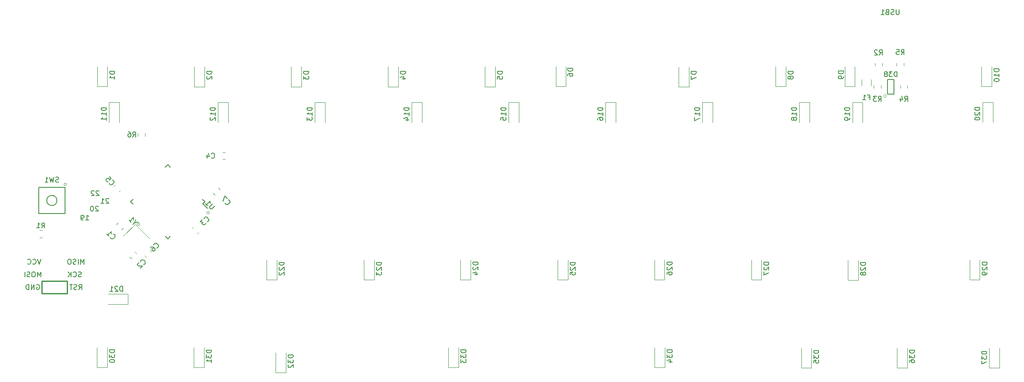
<source format=gbr>
G04 #@! TF.GenerationSoftware,KiCad,Pcbnew,(5.1.4-0-10_14)*
G04 #@! TF.CreationDate,2020-09-21T01:33:54-05:00*
G04 #@! TF.ProjectId,qaz_b,71617a5f-622e-46b6-9963-61645f706362,rev?*
G04 #@! TF.SameCoordinates,Original*
G04 #@! TF.FileFunction,Legend,Bot*
G04 #@! TF.FilePolarity,Positive*
%FSLAX46Y46*%
G04 Gerber Fmt 4.6, Leading zero omitted, Abs format (unit mm)*
G04 Created by KiCad (PCBNEW (5.1.4-0-10_14)) date 2020-09-21 01:33:54*
%MOMM*%
%LPD*%
G04 APERTURE LIST*
%ADD10C,0.150000*%
%ADD11C,0.120000*%
%ADD12C,0.250000*%
G04 APERTURE END LIST*
D10*
X49720476Y-94813380D02*
X50291904Y-94813380D01*
X50006190Y-94813380D02*
X50006190Y-93813380D01*
X50101428Y-93956238D01*
X50196666Y-94051476D01*
X50291904Y-94099095D01*
X49244285Y-94813380D02*
X49053809Y-94813380D01*
X48958571Y-94765761D01*
X48910952Y-94718142D01*
X48815714Y-94575285D01*
X48768095Y-94384809D01*
X48768095Y-94003857D01*
X48815714Y-93908619D01*
X48863333Y-93861000D01*
X48958571Y-93813380D01*
X49149047Y-93813380D01*
X49244285Y-93861000D01*
X49291904Y-93908619D01*
X49339523Y-94003857D01*
X49339523Y-94241952D01*
X49291904Y-94337190D01*
X49244285Y-94384809D01*
X49149047Y-94432428D01*
X48958571Y-94432428D01*
X48863333Y-94384809D01*
X48815714Y-94337190D01*
X48768095Y-94241952D01*
X52196904Y-92130619D02*
X52149285Y-92083000D01*
X52054047Y-92035380D01*
X51815952Y-92035380D01*
X51720714Y-92083000D01*
X51673095Y-92130619D01*
X51625476Y-92225857D01*
X51625476Y-92321095D01*
X51673095Y-92463952D01*
X52244523Y-93035380D01*
X51625476Y-93035380D01*
X51006428Y-92035380D02*
X50911190Y-92035380D01*
X50815952Y-92083000D01*
X50768333Y-92130619D01*
X50720714Y-92225857D01*
X50673095Y-92416333D01*
X50673095Y-92654428D01*
X50720714Y-92844904D01*
X50768333Y-92940142D01*
X50815952Y-92987761D01*
X50911190Y-93035380D01*
X51006428Y-93035380D01*
X51101666Y-92987761D01*
X51149285Y-92940142D01*
X51196904Y-92844904D01*
X51244523Y-92654428D01*
X51244523Y-92416333D01*
X51196904Y-92225857D01*
X51149285Y-92130619D01*
X51101666Y-92083000D01*
X51006428Y-92035380D01*
X54228904Y-90606619D02*
X54181285Y-90559000D01*
X54086047Y-90511380D01*
X53847952Y-90511380D01*
X53752714Y-90559000D01*
X53705095Y-90606619D01*
X53657476Y-90701857D01*
X53657476Y-90797095D01*
X53705095Y-90939952D01*
X54276523Y-91511380D01*
X53657476Y-91511380D01*
X52705095Y-91511380D02*
X53276523Y-91511380D01*
X52990809Y-91511380D02*
X52990809Y-90511380D01*
X53086047Y-90654238D01*
X53181285Y-90749476D01*
X53276523Y-90797095D01*
X52323904Y-89082619D02*
X52276285Y-89035000D01*
X52181047Y-88987380D01*
X51942952Y-88987380D01*
X51847714Y-89035000D01*
X51800095Y-89082619D01*
X51752476Y-89177857D01*
X51752476Y-89273095D01*
X51800095Y-89415952D01*
X52371523Y-89987380D01*
X51752476Y-89987380D01*
X51371523Y-89082619D02*
X51323904Y-89035000D01*
X51228666Y-88987380D01*
X50990571Y-88987380D01*
X50895333Y-89035000D01*
X50847714Y-89082619D01*
X50800095Y-89177857D01*
X50800095Y-89273095D01*
X50847714Y-89415952D01*
X51419142Y-89987380D01*
X50800095Y-89987380D01*
D11*
X60325000Y-95631000D02*
G75*
G03X60325000Y-95631000I-254000J0D01*
G01*
X207137000Y-70358000D02*
G75*
G03X207137000Y-70358000I-254000J0D01*
G01*
X74041000Y-93345000D02*
G75*
G03X74041000Y-93345000I-254000J0D01*
G01*
X45974000Y-87757000D02*
G75*
G03X45974000Y-87757000I-254000J0D01*
G01*
D10*
X208677920Y-69978920D02*
X208677920Y-67078920D01*
X208677920Y-69978920D02*
X207377920Y-69978920D01*
X207377920Y-69978920D02*
X207377920Y-67078920D01*
X207377920Y-67078920D02*
X208677920Y-67078920D01*
D11*
X209165000Y-64367898D02*
X209165000Y-63850742D01*
X210585000Y-64367898D02*
X210585000Y-63850742D01*
X209868080Y-68787498D02*
X209868080Y-68270342D01*
X211288080Y-68787498D02*
X211288080Y-68270342D01*
X204671240Y-68777338D02*
X204671240Y-68260182D01*
X206091240Y-68777338D02*
X206091240Y-68260182D01*
X204894760Y-64367898D02*
X204894760Y-63850742D01*
X206314760Y-64367898D02*
X206314760Y-63850742D01*
X192400000Y-123950000D02*
X192400000Y-120050000D01*
X190400000Y-123950000D02*
X190400000Y-120050000D01*
X192400000Y-123950000D02*
X190400000Y-123950000D01*
X211225000Y-123894000D02*
X211225000Y-119994000D01*
X209225000Y-123894000D02*
X209225000Y-119994000D01*
X211225000Y-123894000D02*
X209225000Y-123894000D01*
X123050000Y-123850000D02*
X123050000Y-119950000D01*
X121050000Y-123850000D02*
X121050000Y-119950000D01*
X123050000Y-123850000D02*
X121050000Y-123850000D01*
X89075000Y-124850000D02*
X89075000Y-120950000D01*
X87075000Y-124850000D02*
X87075000Y-120950000D01*
X89075000Y-124850000D02*
X87075000Y-124850000D01*
D12*
X46061000Y-106787000D02*
X41061000Y-106787000D01*
X41061000Y-106787000D02*
X41061000Y-109287000D01*
X41061000Y-109287000D02*
X46061000Y-109287000D01*
X46061000Y-109287000D02*
X46061000Y-106787000D01*
D11*
X59442513Y-95590060D02*
X62270940Y-98418487D01*
X57109060Y-97923513D02*
X59442513Y-95590060D01*
D10*
X72761969Y-91581586D02*
X73663530Y-92483148D01*
X65850000Y-83856445D02*
X66327297Y-84333742D01*
X58531445Y-91175000D02*
X59008742Y-91652297D01*
X65850000Y-98493555D02*
X65372703Y-98016258D01*
X73168555Y-91175000D02*
X72691258Y-90697703D01*
X65850000Y-98493555D02*
X66327297Y-98016258D01*
X58531445Y-91175000D02*
X59008742Y-90697703D01*
X65850000Y-83856445D02*
X65372703Y-84333742D01*
X73168555Y-91175000D02*
X72761969Y-91581586D01*
X40453000Y-93532000D02*
X45653000Y-93532000D01*
X45653000Y-93532000D02*
X45653000Y-88332000D01*
X45653000Y-88332000D02*
X40453000Y-88332000D01*
X40453000Y-88332000D02*
X40453000Y-93532000D01*
X44053000Y-90932000D02*
G75*
G03X44053000Y-90932000I-1000000J0D01*
G01*
D11*
X59996000Y-77719422D02*
X59996000Y-78236578D01*
X61416000Y-77719422D02*
X61416000Y-78236578D01*
X41152578Y-98246000D02*
X40635422Y-98246000D01*
X41152578Y-96826000D02*
X40635422Y-96826000D01*
X202290000Y-68293064D02*
X202290000Y-67088936D01*
X204110000Y-68293064D02*
X204110000Y-67088936D01*
X229375000Y-123900000D02*
X229375000Y-120000000D01*
X227375000Y-123900000D02*
X227375000Y-120000000D01*
X229375000Y-123900000D02*
X227375000Y-123900000D01*
X163600000Y-123825000D02*
X163600000Y-119925000D01*
X161600000Y-123825000D02*
X161600000Y-119925000D01*
X163600000Y-123825000D02*
X161600000Y-123825000D01*
X72979720Y-123863520D02*
X72979720Y-119963520D01*
X70979720Y-123863520D02*
X70979720Y-119963520D01*
X72979720Y-123863520D02*
X70979720Y-123863520D01*
X53952880Y-123818200D02*
X53952880Y-119918200D01*
X51952880Y-123818200D02*
X51952880Y-119918200D01*
X53952880Y-123818200D02*
X51952880Y-123818200D01*
X225500000Y-106577960D02*
X225500000Y-102677960D01*
X223500000Y-106577960D02*
X223500000Y-102677960D01*
X225500000Y-106577960D02*
X223500000Y-106577960D01*
X201619360Y-106628760D02*
X201619360Y-102728760D01*
X199619360Y-106628760D02*
X199619360Y-102728760D01*
X201619360Y-106628760D02*
X199619360Y-106628760D01*
X182575000Y-106575000D02*
X182575000Y-102675000D01*
X180575000Y-106575000D02*
X180575000Y-102675000D01*
X182575000Y-106575000D02*
X180575000Y-106575000D01*
X163544760Y-106567800D02*
X163544760Y-102667800D01*
X161544760Y-106567800D02*
X161544760Y-102667800D01*
X163544760Y-106567800D02*
X161544760Y-106567800D01*
X144510000Y-106593200D02*
X144510000Y-102693200D01*
X142510000Y-106593200D02*
X142510000Y-102693200D01*
X144510000Y-106593200D02*
X142510000Y-106593200D01*
X125409200Y-106547480D02*
X125409200Y-102647480D01*
X123409200Y-106547480D02*
X123409200Y-102647480D01*
X125409200Y-106547480D02*
X123409200Y-106547480D01*
X106404920Y-106593200D02*
X106404920Y-102693200D01*
X104404920Y-106593200D02*
X104404920Y-102693200D01*
X106404920Y-106593200D02*
X104404920Y-106593200D01*
X87273640Y-106593200D02*
X87273640Y-102693200D01*
X85273640Y-106593200D02*
X85273640Y-102693200D01*
X87273640Y-106593200D02*
X85273640Y-106593200D01*
X58003000Y-109363000D02*
X54103000Y-109363000D01*
X58003000Y-111363000D02*
X54103000Y-111363000D01*
X58003000Y-109363000D02*
X58003000Y-111363000D01*
X226075000Y-71575000D02*
X226075000Y-75475000D01*
X228075000Y-71575000D02*
X228075000Y-75475000D01*
X226075000Y-71575000D02*
X228075000Y-71575000D01*
X200475000Y-71625000D02*
X200475000Y-75525000D01*
X202475000Y-71625000D02*
X202475000Y-75525000D01*
X200475000Y-71625000D02*
X202475000Y-71625000D01*
X190050000Y-71625000D02*
X190050000Y-75525000D01*
X192050000Y-71625000D02*
X192050000Y-75525000D01*
X190050000Y-71625000D02*
X192050000Y-71625000D01*
X170975000Y-71625000D02*
X170975000Y-75525000D01*
X172975000Y-71625000D02*
X172975000Y-75525000D01*
X170975000Y-71625000D02*
X172975000Y-71625000D01*
X151950000Y-71625000D02*
X151950000Y-75525000D01*
X153950000Y-71625000D02*
X153950000Y-75525000D01*
X151950000Y-71625000D02*
X153950000Y-71625000D01*
X132900000Y-71625000D02*
X132900000Y-75525000D01*
X134900000Y-71625000D02*
X134900000Y-75525000D01*
X132900000Y-71625000D02*
X134900000Y-71625000D01*
X113825000Y-71625000D02*
X113825000Y-75525000D01*
X115825000Y-71625000D02*
X115825000Y-75525000D01*
X113825000Y-71625000D02*
X115825000Y-71625000D01*
X94800000Y-71625000D02*
X94800000Y-75525000D01*
X96800000Y-71625000D02*
X96800000Y-75525000D01*
X94800000Y-71625000D02*
X96800000Y-71625000D01*
X75725000Y-71625000D02*
X75725000Y-75525000D01*
X77725000Y-71625000D02*
X77725000Y-75525000D01*
X75725000Y-71625000D02*
X77725000Y-71625000D01*
X54325000Y-71625000D02*
X54325000Y-75525000D01*
X56325000Y-71625000D02*
X56325000Y-75525000D01*
X54325000Y-71625000D02*
X56325000Y-71625000D01*
X227850000Y-68475000D02*
X227850000Y-64575000D01*
X225850000Y-68475000D02*
X225850000Y-64575000D01*
X227850000Y-68475000D02*
X225850000Y-68475000D01*
X200975000Y-68425000D02*
X200975000Y-64525000D01*
X198975000Y-68425000D02*
X198975000Y-64525000D01*
X200975000Y-68425000D02*
X198975000Y-68425000D01*
X187350000Y-68475000D02*
X187350000Y-64575000D01*
X185350000Y-68475000D02*
X185350000Y-64575000D01*
X187350000Y-68475000D02*
X185350000Y-68475000D01*
X168294560Y-68508440D02*
X168294560Y-64608440D01*
X166294560Y-68508440D02*
X166294560Y-64608440D01*
X168294560Y-68508440D02*
X166294560Y-68508440D01*
X144149320Y-68493200D02*
X144149320Y-64593200D01*
X142149320Y-68493200D02*
X142149320Y-64593200D01*
X144149320Y-68493200D02*
X142149320Y-68493200D01*
X130204720Y-68498280D02*
X130204720Y-64598280D01*
X128204720Y-68498280D02*
X128204720Y-64598280D01*
X130204720Y-68498280D02*
X128204720Y-68498280D01*
X111149640Y-68498280D02*
X111149640Y-64598280D01*
X109149640Y-68498280D02*
X109149640Y-64598280D01*
X111149640Y-68498280D02*
X109149640Y-68498280D01*
X92094560Y-68498280D02*
X92094560Y-64598280D01*
X90094560Y-68498280D02*
X90094560Y-64598280D01*
X92094560Y-68498280D02*
X90094560Y-68498280D01*
X73069960Y-68498280D02*
X73069960Y-64598280D01*
X71069960Y-68498280D02*
X71069960Y-64598280D01*
X73069960Y-68498280D02*
X71069960Y-68498280D01*
X53975000Y-68475000D02*
X53975000Y-64575000D01*
X51975000Y-68475000D02*
X51975000Y-64575000D01*
X53975000Y-68475000D02*
X51975000Y-68475000D01*
X75118796Y-89838888D02*
X74753112Y-89473204D01*
X76122888Y-88834796D02*
X75757204Y-88469112D01*
X61656796Y-102157888D02*
X61291112Y-101792204D01*
X62660888Y-101153796D02*
X62295204Y-100788112D01*
X56564888Y-88838204D02*
X56199204Y-89203888D01*
X55560796Y-87834112D02*
X55195112Y-88199796D01*
X76654922Y-82879000D02*
X77172078Y-82879000D01*
X76654922Y-81459000D02*
X77172078Y-81459000D01*
X70628025Y-96517883D02*
X70993709Y-96152199D01*
X71632117Y-97521975D02*
X71997801Y-97156291D01*
X59374204Y-101042112D02*
X59739888Y-101407796D01*
X58370112Y-102046204D02*
X58735796Y-102411888D01*
X57072888Y-96331204D02*
X56707204Y-96696888D01*
X56068796Y-95327112D02*
X55703112Y-95692796D01*
D10*
X209242205Y-66531300D02*
X209242205Y-65531300D01*
X209004110Y-65531300D01*
X208861253Y-65578920D01*
X208766015Y-65674158D01*
X208718396Y-65769396D01*
X208670777Y-65959872D01*
X208670777Y-66102729D01*
X208718396Y-66293205D01*
X208766015Y-66388443D01*
X208861253Y-66483681D01*
X209004110Y-66531300D01*
X209242205Y-66531300D01*
X208337443Y-65531300D02*
X207718396Y-65531300D01*
X208051729Y-65912253D01*
X207908872Y-65912253D01*
X207813634Y-65959872D01*
X207766015Y-66007491D01*
X207718396Y-66102729D01*
X207718396Y-66340824D01*
X207766015Y-66436062D01*
X207813634Y-66483681D01*
X207908872Y-66531300D01*
X208194586Y-66531300D01*
X208289824Y-66483681D01*
X208337443Y-66436062D01*
X207146967Y-65959872D02*
X207242205Y-65912253D01*
X207289824Y-65864634D01*
X207337443Y-65769396D01*
X207337443Y-65721777D01*
X207289824Y-65626539D01*
X207242205Y-65578920D01*
X207146967Y-65531300D01*
X206956491Y-65531300D01*
X206861253Y-65578920D01*
X206813634Y-65626539D01*
X206766015Y-65721777D01*
X206766015Y-65769396D01*
X206813634Y-65864634D01*
X206861253Y-65912253D01*
X206956491Y-65959872D01*
X207146967Y-65959872D01*
X207242205Y-66007491D01*
X207289824Y-66055110D01*
X207337443Y-66150348D01*
X207337443Y-66340824D01*
X207289824Y-66436062D01*
X207242205Y-66483681D01*
X207146967Y-66531300D01*
X206956491Y-66531300D01*
X206861253Y-66483681D01*
X206813634Y-66436062D01*
X206766015Y-66340824D01*
X206766015Y-66150348D01*
X206813634Y-66055110D01*
X206861253Y-66007491D01*
X206956491Y-65959872D01*
X209637095Y-53300380D02*
X209637095Y-54109904D01*
X209589476Y-54205142D01*
X209541857Y-54252761D01*
X209446619Y-54300380D01*
X209256142Y-54300380D01*
X209160904Y-54252761D01*
X209113285Y-54205142D01*
X209065666Y-54109904D01*
X209065666Y-53300380D01*
X208637095Y-54252761D02*
X208494238Y-54300380D01*
X208256142Y-54300380D01*
X208160904Y-54252761D01*
X208113285Y-54205142D01*
X208065666Y-54109904D01*
X208065666Y-54014666D01*
X208113285Y-53919428D01*
X208160904Y-53871809D01*
X208256142Y-53824190D01*
X208446619Y-53776571D01*
X208541857Y-53728952D01*
X208589476Y-53681333D01*
X208637095Y-53586095D01*
X208637095Y-53490857D01*
X208589476Y-53395619D01*
X208541857Y-53348000D01*
X208446619Y-53300380D01*
X208208523Y-53300380D01*
X208065666Y-53348000D01*
X207303761Y-53776571D02*
X207160904Y-53824190D01*
X207113285Y-53871809D01*
X207065666Y-53967047D01*
X207065666Y-54109904D01*
X207113285Y-54205142D01*
X207160904Y-54252761D01*
X207256142Y-54300380D01*
X207637095Y-54300380D01*
X207637095Y-53300380D01*
X207303761Y-53300380D01*
X207208523Y-53348000D01*
X207160904Y-53395619D01*
X207113285Y-53490857D01*
X207113285Y-53586095D01*
X207160904Y-53681333D01*
X207208523Y-53728952D01*
X207303761Y-53776571D01*
X207637095Y-53776571D01*
X206113285Y-54300380D02*
X206684714Y-54300380D01*
X206399000Y-54300380D02*
X206399000Y-53300380D01*
X206494238Y-53443238D01*
X206589476Y-53538476D01*
X206684714Y-53586095D01*
X210046746Y-62184260D02*
X210380080Y-61708070D01*
X210618175Y-62184260D02*
X210618175Y-61184260D01*
X210237222Y-61184260D01*
X210141984Y-61231880D01*
X210094365Y-61279499D01*
X210046746Y-61374737D01*
X210046746Y-61517594D01*
X210094365Y-61612832D01*
X210141984Y-61660451D01*
X210237222Y-61708070D01*
X210618175Y-61708070D01*
X209141984Y-61184260D02*
X209618175Y-61184260D01*
X209665794Y-61660451D01*
X209618175Y-61612832D01*
X209522937Y-61565213D01*
X209284841Y-61565213D01*
X209189603Y-61612832D01*
X209141984Y-61660451D01*
X209094365Y-61755689D01*
X209094365Y-61993784D01*
X209141984Y-62089022D01*
X209189603Y-62136641D01*
X209284841Y-62184260D01*
X209522937Y-62184260D01*
X209618175Y-62136641D01*
X209665794Y-62089022D01*
X210744746Y-71379060D02*
X211078080Y-70902870D01*
X211316175Y-71379060D02*
X211316175Y-70379060D01*
X210935222Y-70379060D01*
X210839984Y-70426680D01*
X210792365Y-70474299D01*
X210744746Y-70569537D01*
X210744746Y-70712394D01*
X210792365Y-70807632D01*
X210839984Y-70855251D01*
X210935222Y-70902870D01*
X211316175Y-70902870D01*
X209887603Y-70712394D02*
X209887603Y-71379060D01*
X210125699Y-70331441D02*
X210363794Y-71045727D01*
X209744746Y-71045727D01*
X205558066Y-71389220D02*
X205891400Y-70913030D01*
X206129495Y-71389220D02*
X206129495Y-70389220D01*
X205748542Y-70389220D01*
X205653304Y-70436840D01*
X205605685Y-70484459D01*
X205558066Y-70579697D01*
X205558066Y-70722554D01*
X205605685Y-70817792D01*
X205653304Y-70865411D01*
X205748542Y-70913030D01*
X206129495Y-70913030D01*
X205224733Y-70389220D02*
X204605685Y-70389220D01*
X204939019Y-70770173D01*
X204796161Y-70770173D01*
X204700923Y-70817792D01*
X204653304Y-70865411D01*
X204605685Y-70960649D01*
X204605685Y-71198744D01*
X204653304Y-71293982D01*
X204700923Y-71341601D01*
X204796161Y-71389220D01*
X205081876Y-71389220D01*
X205177114Y-71341601D01*
X205224733Y-71293982D01*
X205746026Y-62229980D02*
X206079360Y-61753790D01*
X206317455Y-62229980D02*
X206317455Y-61229980D01*
X205936502Y-61229980D01*
X205841264Y-61277600D01*
X205793645Y-61325219D01*
X205746026Y-61420457D01*
X205746026Y-61563314D01*
X205793645Y-61658552D01*
X205841264Y-61706171D01*
X205936502Y-61753790D01*
X206317455Y-61753790D01*
X205365074Y-61325219D02*
X205317455Y-61277600D01*
X205222217Y-61229980D01*
X204984121Y-61229980D01*
X204888883Y-61277600D01*
X204841264Y-61325219D01*
X204793645Y-61420457D01*
X204793645Y-61515695D01*
X204841264Y-61658552D01*
X205412693Y-62229980D01*
X204793645Y-62229980D01*
X193852380Y-120485714D02*
X192852380Y-120485714D01*
X192852380Y-120723809D01*
X192900000Y-120866666D01*
X192995238Y-120961904D01*
X193090476Y-121009523D01*
X193280952Y-121057142D01*
X193423809Y-121057142D01*
X193614285Y-121009523D01*
X193709523Y-120961904D01*
X193804761Y-120866666D01*
X193852380Y-120723809D01*
X193852380Y-120485714D01*
X192852380Y-121390476D02*
X192852380Y-122009523D01*
X193233333Y-121676190D01*
X193233333Y-121819047D01*
X193280952Y-121914285D01*
X193328571Y-121961904D01*
X193423809Y-122009523D01*
X193661904Y-122009523D01*
X193757142Y-121961904D01*
X193804761Y-121914285D01*
X193852380Y-121819047D01*
X193852380Y-121533333D01*
X193804761Y-121438095D01*
X193757142Y-121390476D01*
X192852380Y-122914285D02*
X192852380Y-122438095D01*
X193328571Y-122390476D01*
X193280952Y-122438095D01*
X193233333Y-122533333D01*
X193233333Y-122771428D01*
X193280952Y-122866666D01*
X193328571Y-122914285D01*
X193423809Y-122961904D01*
X193661904Y-122961904D01*
X193757142Y-122914285D01*
X193804761Y-122866666D01*
X193852380Y-122771428D01*
X193852380Y-122533333D01*
X193804761Y-122438095D01*
X193757142Y-122390476D01*
X212677380Y-120429714D02*
X211677380Y-120429714D01*
X211677380Y-120667809D01*
X211725000Y-120810666D01*
X211820238Y-120905904D01*
X211915476Y-120953523D01*
X212105952Y-121001142D01*
X212248809Y-121001142D01*
X212439285Y-120953523D01*
X212534523Y-120905904D01*
X212629761Y-120810666D01*
X212677380Y-120667809D01*
X212677380Y-120429714D01*
X211677380Y-121334476D02*
X211677380Y-121953523D01*
X212058333Y-121620190D01*
X212058333Y-121763047D01*
X212105952Y-121858285D01*
X212153571Y-121905904D01*
X212248809Y-121953523D01*
X212486904Y-121953523D01*
X212582142Y-121905904D01*
X212629761Y-121858285D01*
X212677380Y-121763047D01*
X212677380Y-121477333D01*
X212629761Y-121382095D01*
X212582142Y-121334476D01*
X211677380Y-122810666D02*
X211677380Y-122620190D01*
X211725000Y-122524952D01*
X211772619Y-122477333D01*
X211915476Y-122382095D01*
X212105952Y-122334476D01*
X212486904Y-122334476D01*
X212582142Y-122382095D01*
X212629761Y-122429714D01*
X212677380Y-122524952D01*
X212677380Y-122715428D01*
X212629761Y-122810666D01*
X212582142Y-122858285D01*
X212486904Y-122905904D01*
X212248809Y-122905904D01*
X212153571Y-122858285D01*
X212105952Y-122810666D01*
X212058333Y-122715428D01*
X212058333Y-122524952D01*
X212105952Y-122429714D01*
X212153571Y-122382095D01*
X212248809Y-122334476D01*
X124502380Y-120385714D02*
X123502380Y-120385714D01*
X123502380Y-120623809D01*
X123550000Y-120766666D01*
X123645238Y-120861904D01*
X123740476Y-120909523D01*
X123930952Y-120957142D01*
X124073809Y-120957142D01*
X124264285Y-120909523D01*
X124359523Y-120861904D01*
X124454761Y-120766666D01*
X124502380Y-120623809D01*
X124502380Y-120385714D01*
X123502380Y-121290476D02*
X123502380Y-121909523D01*
X123883333Y-121576190D01*
X123883333Y-121719047D01*
X123930952Y-121814285D01*
X123978571Y-121861904D01*
X124073809Y-121909523D01*
X124311904Y-121909523D01*
X124407142Y-121861904D01*
X124454761Y-121814285D01*
X124502380Y-121719047D01*
X124502380Y-121433333D01*
X124454761Y-121338095D01*
X124407142Y-121290476D01*
X123502380Y-122242857D02*
X123502380Y-122861904D01*
X123883333Y-122528571D01*
X123883333Y-122671428D01*
X123930952Y-122766666D01*
X123978571Y-122814285D01*
X124073809Y-122861904D01*
X124311904Y-122861904D01*
X124407142Y-122814285D01*
X124454761Y-122766666D01*
X124502380Y-122671428D01*
X124502380Y-122385714D01*
X124454761Y-122290476D01*
X124407142Y-122242857D01*
X90527380Y-121385714D02*
X89527380Y-121385714D01*
X89527380Y-121623809D01*
X89575000Y-121766666D01*
X89670238Y-121861904D01*
X89765476Y-121909523D01*
X89955952Y-121957142D01*
X90098809Y-121957142D01*
X90289285Y-121909523D01*
X90384523Y-121861904D01*
X90479761Y-121766666D01*
X90527380Y-121623809D01*
X90527380Y-121385714D01*
X89527380Y-122290476D02*
X89527380Y-122909523D01*
X89908333Y-122576190D01*
X89908333Y-122719047D01*
X89955952Y-122814285D01*
X90003571Y-122861904D01*
X90098809Y-122909523D01*
X90336904Y-122909523D01*
X90432142Y-122861904D01*
X90479761Y-122814285D01*
X90527380Y-122719047D01*
X90527380Y-122433333D01*
X90479761Y-122338095D01*
X90432142Y-122290476D01*
X89622619Y-123290476D02*
X89575000Y-123338095D01*
X89527380Y-123433333D01*
X89527380Y-123671428D01*
X89575000Y-123766666D01*
X89622619Y-123814285D01*
X89717857Y-123861904D01*
X89813095Y-123861904D01*
X89955952Y-123814285D01*
X90527380Y-123242857D01*
X90527380Y-123861904D01*
X49382428Y-103489380D02*
X49382428Y-102489380D01*
X49049095Y-103203666D01*
X48715761Y-102489380D01*
X48715761Y-103489380D01*
X48239571Y-103489380D02*
X48239571Y-102489380D01*
X47811000Y-103441761D02*
X47668142Y-103489380D01*
X47430047Y-103489380D01*
X47334809Y-103441761D01*
X47287190Y-103394142D01*
X47239571Y-103298904D01*
X47239571Y-103203666D01*
X47287190Y-103108428D01*
X47334809Y-103060809D01*
X47430047Y-103013190D01*
X47620523Y-102965571D01*
X47715761Y-102917952D01*
X47763380Y-102870333D01*
X47811000Y-102775095D01*
X47811000Y-102679857D01*
X47763380Y-102584619D01*
X47715761Y-102537000D01*
X47620523Y-102489380D01*
X47382428Y-102489380D01*
X47239571Y-102537000D01*
X46620523Y-102489380D02*
X46430047Y-102489380D01*
X46334809Y-102537000D01*
X46239571Y-102632238D01*
X46191952Y-102822714D01*
X46191952Y-103156047D01*
X46239571Y-103346523D01*
X46334809Y-103441761D01*
X46430047Y-103489380D01*
X46620523Y-103489380D01*
X46715761Y-103441761D01*
X46811000Y-103346523D01*
X46858619Y-103156047D01*
X46858619Y-102822714D01*
X46811000Y-102632238D01*
X46715761Y-102537000D01*
X46620523Y-102489380D01*
X40894333Y-102489380D02*
X40561000Y-103489380D01*
X40227666Y-102489380D01*
X39322904Y-103394142D02*
X39370523Y-103441761D01*
X39513380Y-103489380D01*
X39608619Y-103489380D01*
X39751476Y-103441761D01*
X39846714Y-103346523D01*
X39894333Y-103251285D01*
X39941952Y-103060809D01*
X39941952Y-102917952D01*
X39894333Y-102727476D01*
X39846714Y-102632238D01*
X39751476Y-102537000D01*
X39608619Y-102489380D01*
X39513380Y-102489380D01*
X39370523Y-102537000D01*
X39322904Y-102584619D01*
X38322904Y-103394142D02*
X38370523Y-103441761D01*
X38513380Y-103489380D01*
X38608619Y-103489380D01*
X38751476Y-103441761D01*
X38846714Y-103346523D01*
X38894333Y-103251285D01*
X38941952Y-103060809D01*
X38941952Y-102917952D01*
X38894333Y-102727476D01*
X38846714Y-102632238D01*
X38751476Y-102537000D01*
X38608619Y-102489380D01*
X38513380Y-102489380D01*
X38370523Y-102537000D01*
X38322904Y-102584619D01*
X48846714Y-105941761D02*
X48703857Y-105989380D01*
X48465761Y-105989380D01*
X48370523Y-105941761D01*
X48322904Y-105894142D01*
X48275285Y-105798904D01*
X48275285Y-105703666D01*
X48322904Y-105608428D01*
X48370523Y-105560809D01*
X48465761Y-105513190D01*
X48656238Y-105465571D01*
X48751476Y-105417952D01*
X48799095Y-105370333D01*
X48846714Y-105275095D01*
X48846714Y-105179857D01*
X48799095Y-105084619D01*
X48751476Y-105037000D01*
X48656238Y-104989380D01*
X48418142Y-104989380D01*
X48275285Y-105037000D01*
X47275285Y-105894142D02*
X47322904Y-105941761D01*
X47465761Y-105989380D01*
X47561000Y-105989380D01*
X47703857Y-105941761D01*
X47799095Y-105846523D01*
X47846714Y-105751285D01*
X47894333Y-105560809D01*
X47894333Y-105417952D01*
X47846714Y-105227476D01*
X47799095Y-105132238D01*
X47703857Y-105037000D01*
X47561000Y-104989380D01*
X47465761Y-104989380D01*
X47322904Y-105037000D01*
X47275285Y-105084619D01*
X46846714Y-105989380D02*
X46846714Y-104989380D01*
X46275285Y-105989380D02*
X46703857Y-105417952D01*
X46275285Y-104989380D02*
X46846714Y-105560809D01*
X40882428Y-105989380D02*
X40882428Y-104989380D01*
X40549095Y-105703666D01*
X40215761Y-104989380D01*
X40215761Y-105989380D01*
X39549095Y-104989380D02*
X39358619Y-104989380D01*
X39263380Y-105037000D01*
X39168142Y-105132238D01*
X39120523Y-105322714D01*
X39120523Y-105656047D01*
X39168142Y-105846523D01*
X39263380Y-105941761D01*
X39358619Y-105989380D01*
X39549095Y-105989380D01*
X39644333Y-105941761D01*
X39739571Y-105846523D01*
X39787190Y-105656047D01*
X39787190Y-105322714D01*
X39739571Y-105132238D01*
X39644333Y-105037000D01*
X39549095Y-104989380D01*
X38739571Y-105941761D02*
X38596714Y-105989380D01*
X38358619Y-105989380D01*
X38263380Y-105941761D01*
X38215761Y-105894142D01*
X38168142Y-105798904D01*
X38168142Y-105703666D01*
X38215761Y-105608428D01*
X38263380Y-105560809D01*
X38358619Y-105513190D01*
X38549095Y-105465571D01*
X38644333Y-105417952D01*
X38691952Y-105370333D01*
X38739571Y-105275095D01*
X38739571Y-105179857D01*
X38691952Y-105084619D01*
X38644333Y-105037000D01*
X38549095Y-104989380D01*
X38311000Y-104989380D01*
X38168142Y-105037000D01*
X37739571Y-105989380D02*
X37739571Y-104989380D01*
X48358619Y-108489380D02*
X48691952Y-108013190D01*
X48930047Y-108489380D02*
X48930047Y-107489380D01*
X48549095Y-107489380D01*
X48453857Y-107537000D01*
X48406238Y-107584619D01*
X48358619Y-107679857D01*
X48358619Y-107822714D01*
X48406238Y-107917952D01*
X48453857Y-107965571D01*
X48549095Y-108013190D01*
X48930047Y-108013190D01*
X47977666Y-108441761D02*
X47834809Y-108489380D01*
X47596714Y-108489380D01*
X47501476Y-108441761D01*
X47453857Y-108394142D01*
X47406238Y-108298904D01*
X47406238Y-108203666D01*
X47453857Y-108108428D01*
X47501476Y-108060809D01*
X47596714Y-108013190D01*
X47787190Y-107965571D01*
X47882428Y-107917952D01*
X47930047Y-107870333D01*
X47977666Y-107775095D01*
X47977666Y-107679857D01*
X47930047Y-107584619D01*
X47882428Y-107537000D01*
X47787190Y-107489380D01*
X47549095Y-107489380D01*
X47406238Y-107537000D01*
X47120523Y-107489380D02*
X46549095Y-107489380D01*
X46834809Y-108489380D02*
X46834809Y-107489380D01*
X40072904Y-107537000D02*
X40168142Y-107489380D01*
X40311000Y-107489380D01*
X40453857Y-107537000D01*
X40549095Y-107632238D01*
X40596714Y-107727476D01*
X40644333Y-107917952D01*
X40644333Y-108060809D01*
X40596714Y-108251285D01*
X40549095Y-108346523D01*
X40453857Y-108441761D01*
X40311000Y-108489380D01*
X40215761Y-108489380D01*
X40072904Y-108441761D01*
X40025285Y-108394142D01*
X40025285Y-108060809D01*
X40215761Y-108060809D01*
X39596714Y-108489380D02*
X39596714Y-107489380D01*
X39025285Y-108489380D01*
X39025285Y-107489380D01*
X38549095Y-108489380D02*
X38549095Y-107489380D01*
X38311000Y-107489380D01*
X38168142Y-107537000D01*
X38072904Y-107632238D01*
X38025285Y-107727476D01*
X37977666Y-107917952D01*
X37977666Y-108060809D01*
X38025285Y-108251285D01*
X38072904Y-108346523D01*
X38168142Y-108441761D01*
X38311000Y-108489380D01*
X38549095Y-108489380D01*
X59408553Y-95315881D02*
X59071835Y-95652599D01*
X60014644Y-95181194D02*
X59408553Y-95315881D01*
X59543240Y-94709790D01*
X58230042Y-94810805D02*
X58634103Y-95214866D01*
X58432072Y-95012835D02*
X59139179Y-94305729D01*
X59105507Y-94474087D01*
X59105507Y-94608774D01*
X59139179Y-94709790D01*
X75093973Y-91972522D02*
X74521553Y-92544942D01*
X74420538Y-92578614D01*
X74353194Y-92578614D01*
X74252179Y-92544942D01*
X74117492Y-92410255D01*
X74083820Y-92309240D01*
X74083820Y-92241896D01*
X74117492Y-92140881D01*
X74689912Y-91568461D01*
X73275698Y-91568461D02*
X73679759Y-91972522D01*
X73477729Y-91770492D02*
X74184835Y-91063385D01*
X74151164Y-91231744D01*
X74151164Y-91366431D01*
X74184835Y-91467446D01*
X44386333Y-87272761D02*
X44243476Y-87320380D01*
X44005380Y-87320380D01*
X43910142Y-87272761D01*
X43862523Y-87225142D01*
X43814904Y-87129904D01*
X43814904Y-87034666D01*
X43862523Y-86939428D01*
X43910142Y-86891809D01*
X44005380Y-86844190D01*
X44195857Y-86796571D01*
X44291095Y-86748952D01*
X44338714Y-86701333D01*
X44386333Y-86606095D01*
X44386333Y-86510857D01*
X44338714Y-86415619D01*
X44291095Y-86368000D01*
X44195857Y-86320380D01*
X43957761Y-86320380D01*
X43814904Y-86368000D01*
X43481571Y-86320380D02*
X43243476Y-87320380D01*
X43053000Y-86606095D01*
X42862523Y-87320380D01*
X42624428Y-86320380D01*
X41719666Y-87320380D02*
X42291095Y-87320380D01*
X42005380Y-87320380D02*
X42005380Y-86320380D01*
X42100619Y-86463238D01*
X42195857Y-86558476D01*
X42291095Y-86606095D01*
X58972666Y-78405380D02*
X59306000Y-77929190D01*
X59544095Y-78405380D02*
X59544095Y-77405380D01*
X59163142Y-77405380D01*
X59067904Y-77453000D01*
X59020285Y-77500619D01*
X58972666Y-77595857D01*
X58972666Y-77738714D01*
X59020285Y-77833952D01*
X59067904Y-77881571D01*
X59163142Y-77929190D01*
X59544095Y-77929190D01*
X58115523Y-77405380D02*
X58306000Y-77405380D01*
X58401238Y-77453000D01*
X58448857Y-77500619D01*
X58544095Y-77643476D01*
X58591714Y-77833952D01*
X58591714Y-78214904D01*
X58544095Y-78310142D01*
X58496476Y-78357761D01*
X58401238Y-78405380D01*
X58210761Y-78405380D01*
X58115523Y-78357761D01*
X58067904Y-78310142D01*
X58020285Y-78214904D01*
X58020285Y-77976809D01*
X58067904Y-77881571D01*
X58115523Y-77833952D01*
X58210761Y-77786333D01*
X58401238Y-77786333D01*
X58496476Y-77833952D01*
X58544095Y-77881571D01*
X58591714Y-77976809D01*
X41060666Y-96338380D02*
X41394000Y-95862190D01*
X41632095Y-96338380D02*
X41632095Y-95338380D01*
X41251142Y-95338380D01*
X41155904Y-95386000D01*
X41108285Y-95433619D01*
X41060666Y-95528857D01*
X41060666Y-95671714D01*
X41108285Y-95766952D01*
X41155904Y-95814571D01*
X41251142Y-95862190D01*
X41632095Y-95862190D01*
X40108285Y-96338380D02*
X40679714Y-96338380D01*
X40394000Y-96338380D02*
X40394000Y-95338380D01*
X40489238Y-95481238D01*
X40584476Y-95576476D01*
X40679714Y-95624095D01*
X203528253Y-70581211D02*
X203861586Y-70581211D01*
X203861586Y-71105020D02*
X203861586Y-70105020D01*
X203385396Y-70105020D01*
X202480634Y-71105020D02*
X203052062Y-71105020D01*
X202766348Y-71105020D02*
X202766348Y-70105020D01*
X202861586Y-70247878D01*
X202956824Y-70343116D01*
X203052062Y-70390735D01*
X226877380Y-120660714D02*
X225877380Y-120660714D01*
X225877380Y-120898809D01*
X225925000Y-121041666D01*
X226020238Y-121136904D01*
X226115476Y-121184523D01*
X226305952Y-121232142D01*
X226448809Y-121232142D01*
X226639285Y-121184523D01*
X226734523Y-121136904D01*
X226829761Y-121041666D01*
X226877380Y-120898809D01*
X226877380Y-120660714D01*
X225877380Y-121565476D02*
X225877380Y-122184523D01*
X226258333Y-121851190D01*
X226258333Y-121994047D01*
X226305952Y-122089285D01*
X226353571Y-122136904D01*
X226448809Y-122184523D01*
X226686904Y-122184523D01*
X226782142Y-122136904D01*
X226829761Y-122089285D01*
X226877380Y-121994047D01*
X226877380Y-121708333D01*
X226829761Y-121613095D01*
X226782142Y-121565476D01*
X225877380Y-122517857D02*
X225877380Y-123184523D01*
X226877380Y-122755952D01*
X165052380Y-120360714D02*
X164052380Y-120360714D01*
X164052380Y-120598809D01*
X164100000Y-120741666D01*
X164195238Y-120836904D01*
X164290476Y-120884523D01*
X164480952Y-120932142D01*
X164623809Y-120932142D01*
X164814285Y-120884523D01*
X164909523Y-120836904D01*
X165004761Y-120741666D01*
X165052380Y-120598809D01*
X165052380Y-120360714D01*
X164052380Y-121265476D02*
X164052380Y-121884523D01*
X164433333Y-121551190D01*
X164433333Y-121694047D01*
X164480952Y-121789285D01*
X164528571Y-121836904D01*
X164623809Y-121884523D01*
X164861904Y-121884523D01*
X164957142Y-121836904D01*
X165004761Y-121789285D01*
X165052380Y-121694047D01*
X165052380Y-121408333D01*
X165004761Y-121313095D01*
X164957142Y-121265476D01*
X164385714Y-122741666D02*
X165052380Y-122741666D01*
X164004761Y-122503571D02*
X164719047Y-122265476D01*
X164719047Y-122884523D01*
X74432100Y-120399234D02*
X73432100Y-120399234D01*
X73432100Y-120637329D01*
X73479720Y-120780186D01*
X73574958Y-120875424D01*
X73670196Y-120923043D01*
X73860672Y-120970662D01*
X74003529Y-120970662D01*
X74194005Y-120923043D01*
X74289243Y-120875424D01*
X74384481Y-120780186D01*
X74432100Y-120637329D01*
X74432100Y-120399234D01*
X73432100Y-121303996D02*
X73432100Y-121923043D01*
X73813053Y-121589710D01*
X73813053Y-121732567D01*
X73860672Y-121827805D01*
X73908291Y-121875424D01*
X74003529Y-121923043D01*
X74241624Y-121923043D01*
X74336862Y-121875424D01*
X74384481Y-121827805D01*
X74432100Y-121732567D01*
X74432100Y-121446853D01*
X74384481Y-121351615D01*
X74336862Y-121303996D01*
X74432100Y-122875424D02*
X74432100Y-122303996D01*
X74432100Y-122589710D02*
X73432100Y-122589710D01*
X73574958Y-122494472D01*
X73670196Y-122399234D01*
X73717815Y-122303996D01*
X55405260Y-120353914D02*
X54405260Y-120353914D01*
X54405260Y-120592009D01*
X54452880Y-120734866D01*
X54548118Y-120830104D01*
X54643356Y-120877723D01*
X54833832Y-120925342D01*
X54976689Y-120925342D01*
X55167165Y-120877723D01*
X55262403Y-120830104D01*
X55357641Y-120734866D01*
X55405260Y-120592009D01*
X55405260Y-120353914D01*
X54405260Y-121258676D02*
X54405260Y-121877723D01*
X54786213Y-121544390D01*
X54786213Y-121687247D01*
X54833832Y-121782485D01*
X54881451Y-121830104D01*
X54976689Y-121877723D01*
X55214784Y-121877723D01*
X55310022Y-121830104D01*
X55357641Y-121782485D01*
X55405260Y-121687247D01*
X55405260Y-121401533D01*
X55357641Y-121306295D01*
X55310022Y-121258676D01*
X54405260Y-122496771D02*
X54405260Y-122592009D01*
X54452880Y-122687247D01*
X54500499Y-122734866D01*
X54595737Y-122782485D01*
X54786213Y-122830104D01*
X55024308Y-122830104D01*
X55214784Y-122782485D01*
X55310022Y-122734866D01*
X55357641Y-122687247D01*
X55405260Y-122592009D01*
X55405260Y-122496771D01*
X55357641Y-122401533D01*
X55310022Y-122353914D01*
X55214784Y-122306295D01*
X55024308Y-122258676D01*
X54786213Y-122258676D01*
X54595737Y-122306295D01*
X54500499Y-122353914D01*
X54452880Y-122401533D01*
X54405260Y-122496771D01*
X226952380Y-103113674D02*
X225952380Y-103113674D01*
X225952380Y-103351769D01*
X226000000Y-103494626D01*
X226095238Y-103589864D01*
X226190476Y-103637483D01*
X226380952Y-103685102D01*
X226523809Y-103685102D01*
X226714285Y-103637483D01*
X226809523Y-103589864D01*
X226904761Y-103494626D01*
X226952380Y-103351769D01*
X226952380Y-103113674D01*
X226047619Y-104066055D02*
X226000000Y-104113674D01*
X225952380Y-104208912D01*
X225952380Y-104447007D01*
X226000000Y-104542245D01*
X226047619Y-104589864D01*
X226142857Y-104637483D01*
X226238095Y-104637483D01*
X226380952Y-104589864D01*
X226952380Y-104018436D01*
X226952380Y-104637483D01*
X226952380Y-105113674D02*
X226952380Y-105304150D01*
X226904761Y-105399388D01*
X226857142Y-105447007D01*
X226714285Y-105542245D01*
X226523809Y-105589864D01*
X226142857Y-105589864D01*
X226047619Y-105542245D01*
X226000000Y-105494626D01*
X225952380Y-105399388D01*
X225952380Y-105208912D01*
X226000000Y-105113674D01*
X226047619Y-105066055D01*
X226142857Y-105018436D01*
X226380952Y-105018436D01*
X226476190Y-105066055D01*
X226523809Y-105113674D01*
X226571428Y-105208912D01*
X226571428Y-105399388D01*
X226523809Y-105494626D01*
X226476190Y-105542245D01*
X226380952Y-105589864D01*
X203071740Y-103164474D02*
X202071740Y-103164474D01*
X202071740Y-103402569D01*
X202119360Y-103545426D01*
X202214598Y-103640664D01*
X202309836Y-103688283D01*
X202500312Y-103735902D01*
X202643169Y-103735902D01*
X202833645Y-103688283D01*
X202928883Y-103640664D01*
X203024121Y-103545426D01*
X203071740Y-103402569D01*
X203071740Y-103164474D01*
X202166979Y-104116855D02*
X202119360Y-104164474D01*
X202071740Y-104259712D01*
X202071740Y-104497807D01*
X202119360Y-104593045D01*
X202166979Y-104640664D01*
X202262217Y-104688283D01*
X202357455Y-104688283D01*
X202500312Y-104640664D01*
X203071740Y-104069236D01*
X203071740Y-104688283D01*
X202500312Y-105259712D02*
X202452693Y-105164474D01*
X202405074Y-105116855D01*
X202309836Y-105069236D01*
X202262217Y-105069236D01*
X202166979Y-105116855D01*
X202119360Y-105164474D01*
X202071740Y-105259712D01*
X202071740Y-105450188D01*
X202119360Y-105545426D01*
X202166979Y-105593045D01*
X202262217Y-105640664D01*
X202309836Y-105640664D01*
X202405074Y-105593045D01*
X202452693Y-105545426D01*
X202500312Y-105450188D01*
X202500312Y-105259712D01*
X202547931Y-105164474D01*
X202595550Y-105116855D01*
X202690788Y-105069236D01*
X202881264Y-105069236D01*
X202976502Y-105116855D01*
X203024121Y-105164474D01*
X203071740Y-105259712D01*
X203071740Y-105450188D01*
X203024121Y-105545426D01*
X202976502Y-105593045D01*
X202881264Y-105640664D01*
X202690788Y-105640664D01*
X202595550Y-105593045D01*
X202547931Y-105545426D01*
X202500312Y-105450188D01*
X184027380Y-103110714D02*
X183027380Y-103110714D01*
X183027380Y-103348809D01*
X183075000Y-103491666D01*
X183170238Y-103586904D01*
X183265476Y-103634523D01*
X183455952Y-103682142D01*
X183598809Y-103682142D01*
X183789285Y-103634523D01*
X183884523Y-103586904D01*
X183979761Y-103491666D01*
X184027380Y-103348809D01*
X184027380Y-103110714D01*
X183122619Y-104063095D02*
X183075000Y-104110714D01*
X183027380Y-104205952D01*
X183027380Y-104444047D01*
X183075000Y-104539285D01*
X183122619Y-104586904D01*
X183217857Y-104634523D01*
X183313095Y-104634523D01*
X183455952Y-104586904D01*
X184027380Y-104015476D01*
X184027380Y-104634523D01*
X183027380Y-104967857D02*
X183027380Y-105634523D01*
X184027380Y-105205952D01*
X164997140Y-103103514D02*
X163997140Y-103103514D01*
X163997140Y-103341609D01*
X164044760Y-103484466D01*
X164139998Y-103579704D01*
X164235236Y-103627323D01*
X164425712Y-103674942D01*
X164568569Y-103674942D01*
X164759045Y-103627323D01*
X164854283Y-103579704D01*
X164949521Y-103484466D01*
X164997140Y-103341609D01*
X164997140Y-103103514D01*
X164092379Y-104055895D02*
X164044760Y-104103514D01*
X163997140Y-104198752D01*
X163997140Y-104436847D01*
X164044760Y-104532085D01*
X164092379Y-104579704D01*
X164187617Y-104627323D01*
X164282855Y-104627323D01*
X164425712Y-104579704D01*
X164997140Y-104008276D01*
X164997140Y-104627323D01*
X163997140Y-105484466D02*
X163997140Y-105293990D01*
X164044760Y-105198752D01*
X164092379Y-105151133D01*
X164235236Y-105055895D01*
X164425712Y-105008276D01*
X164806664Y-105008276D01*
X164901902Y-105055895D01*
X164949521Y-105103514D01*
X164997140Y-105198752D01*
X164997140Y-105389228D01*
X164949521Y-105484466D01*
X164901902Y-105532085D01*
X164806664Y-105579704D01*
X164568569Y-105579704D01*
X164473331Y-105532085D01*
X164425712Y-105484466D01*
X164378093Y-105389228D01*
X164378093Y-105198752D01*
X164425712Y-105103514D01*
X164473331Y-105055895D01*
X164568569Y-105008276D01*
X145962380Y-103128914D02*
X144962380Y-103128914D01*
X144962380Y-103367009D01*
X145010000Y-103509866D01*
X145105238Y-103605104D01*
X145200476Y-103652723D01*
X145390952Y-103700342D01*
X145533809Y-103700342D01*
X145724285Y-103652723D01*
X145819523Y-103605104D01*
X145914761Y-103509866D01*
X145962380Y-103367009D01*
X145962380Y-103128914D01*
X145057619Y-104081295D02*
X145010000Y-104128914D01*
X144962380Y-104224152D01*
X144962380Y-104462247D01*
X145010000Y-104557485D01*
X145057619Y-104605104D01*
X145152857Y-104652723D01*
X145248095Y-104652723D01*
X145390952Y-104605104D01*
X145962380Y-104033676D01*
X145962380Y-104652723D01*
X144962380Y-105557485D02*
X144962380Y-105081295D01*
X145438571Y-105033676D01*
X145390952Y-105081295D01*
X145343333Y-105176533D01*
X145343333Y-105414628D01*
X145390952Y-105509866D01*
X145438571Y-105557485D01*
X145533809Y-105605104D01*
X145771904Y-105605104D01*
X145867142Y-105557485D01*
X145914761Y-105509866D01*
X145962380Y-105414628D01*
X145962380Y-105176533D01*
X145914761Y-105081295D01*
X145867142Y-105033676D01*
X126861580Y-103083194D02*
X125861580Y-103083194D01*
X125861580Y-103321289D01*
X125909200Y-103464146D01*
X126004438Y-103559384D01*
X126099676Y-103607003D01*
X126290152Y-103654622D01*
X126433009Y-103654622D01*
X126623485Y-103607003D01*
X126718723Y-103559384D01*
X126813961Y-103464146D01*
X126861580Y-103321289D01*
X126861580Y-103083194D01*
X125956819Y-104035575D02*
X125909200Y-104083194D01*
X125861580Y-104178432D01*
X125861580Y-104416527D01*
X125909200Y-104511765D01*
X125956819Y-104559384D01*
X126052057Y-104607003D01*
X126147295Y-104607003D01*
X126290152Y-104559384D01*
X126861580Y-103987956D01*
X126861580Y-104607003D01*
X126194914Y-105464146D02*
X126861580Y-105464146D01*
X125813961Y-105226051D02*
X126528247Y-104987956D01*
X126528247Y-105607003D01*
X107857300Y-103128914D02*
X106857300Y-103128914D01*
X106857300Y-103367009D01*
X106904920Y-103509866D01*
X107000158Y-103605104D01*
X107095396Y-103652723D01*
X107285872Y-103700342D01*
X107428729Y-103700342D01*
X107619205Y-103652723D01*
X107714443Y-103605104D01*
X107809681Y-103509866D01*
X107857300Y-103367009D01*
X107857300Y-103128914D01*
X106952539Y-104081295D02*
X106904920Y-104128914D01*
X106857300Y-104224152D01*
X106857300Y-104462247D01*
X106904920Y-104557485D01*
X106952539Y-104605104D01*
X107047777Y-104652723D01*
X107143015Y-104652723D01*
X107285872Y-104605104D01*
X107857300Y-104033676D01*
X107857300Y-104652723D01*
X106857300Y-104986057D02*
X106857300Y-105605104D01*
X107238253Y-105271771D01*
X107238253Y-105414628D01*
X107285872Y-105509866D01*
X107333491Y-105557485D01*
X107428729Y-105605104D01*
X107666824Y-105605104D01*
X107762062Y-105557485D01*
X107809681Y-105509866D01*
X107857300Y-105414628D01*
X107857300Y-105128914D01*
X107809681Y-105033676D01*
X107762062Y-104986057D01*
X88726020Y-103128914D02*
X87726020Y-103128914D01*
X87726020Y-103367009D01*
X87773640Y-103509866D01*
X87868878Y-103605104D01*
X87964116Y-103652723D01*
X88154592Y-103700342D01*
X88297449Y-103700342D01*
X88487925Y-103652723D01*
X88583163Y-103605104D01*
X88678401Y-103509866D01*
X88726020Y-103367009D01*
X88726020Y-103128914D01*
X87821259Y-104081295D02*
X87773640Y-104128914D01*
X87726020Y-104224152D01*
X87726020Y-104462247D01*
X87773640Y-104557485D01*
X87821259Y-104605104D01*
X87916497Y-104652723D01*
X88011735Y-104652723D01*
X88154592Y-104605104D01*
X88726020Y-104033676D01*
X88726020Y-104652723D01*
X87821259Y-105033676D02*
X87773640Y-105081295D01*
X87726020Y-105176533D01*
X87726020Y-105414628D01*
X87773640Y-105509866D01*
X87821259Y-105557485D01*
X87916497Y-105605104D01*
X88011735Y-105605104D01*
X88154592Y-105557485D01*
X88726020Y-104986057D01*
X88726020Y-105605104D01*
X56967285Y-108815380D02*
X56967285Y-107815380D01*
X56729190Y-107815380D01*
X56586333Y-107863000D01*
X56491095Y-107958238D01*
X56443476Y-108053476D01*
X56395857Y-108243952D01*
X56395857Y-108386809D01*
X56443476Y-108577285D01*
X56491095Y-108672523D01*
X56586333Y-108767761D01*
X56729190Y-108815380D01*
X56967285Y-108815380D01*
X56014904Y-107910619D02*
X55967285Y-107863000D01*
X55872047Y-107815380D01*
X55633952Y-107815380D01*
X55538714Y-107863000D01*
X55491095Y-107910619D01*
X55443476Y-108005857D01*
X55443476Y-108101095D01*
X55491095Y-108243952D01*
X56062523Y-108815380D01*
X55443476Y-108815380D01*
X54491095Y-108815380D02*
X55062523Y-108815380D01*
X54776809Y-108815380D02*
X54776809Y-107815380D01*
X54872047Y-107958238D01*
X54967285Y-108053476D01*
X55062523Y-108101095D01*
X225527380Y-72610714D02*
X224527380Y-72610714D01*
X224527380Y-72848809D01*
X224575000Y-72991666D01*
X224670238Y-73086904D01*
X224765476Y-73134523D01*
X224955952Y-73182142D01*
X225098809Y-73182142D01*
X225289285Y-73134523D01*
X225384523Y-73086904D01*
X225479761Y-72991666D01*
X225527380Y-72848809D01*
X225527380Y-72610714D01*
X224622619Y-73563095D02*
X224575000Y-73610714D01*
X224527380Y-73705952D01*
X224527380Y-73944047D01*
X224575000Y-74039285D01*
X224622619Y-74086904D01*
X224717857Y-74134523D01*
X224813095Y-74134523D01*
X224955952Y-74086904D01*
X225527380Y-73515476D01*
X225527380Y-74134523D01*
X224527380Y-74753571D02*
X224527380Y-74848809D01*
X224575000Y-74944047D01*
X224622619Y-74991666D01*
X224717857Y-75039285D01*
X224908333Y-75086904D01*
X225146428Y-75086904D01*
X225336904Y-75039285D01*
X225432142Y-74991666D01*
X225479761Y-74944047D01*
X225527380Y-74848809D01*
X225527380Y-74753571D01*
X225479761Y-74658333D01*
X225432142Y-74610714D01*
X225336904Y-74563095D01*
X225146428Y-74515476D01*
X224908333Y-74515476D01*
X224717857Y-74563095D01*
X224622619Y-74610714D01*
X224575000Y-74658333D01*
X224527380Y-74753571D01*
X199927380Y-72660714D02*
X198927380Y-72660714D01*
X198927380Y-72898809D01*
X198975000Y-73041666D01*
X199070238Y-73136904D01*
X199165476Y-73184523D01*
X199355952Y-73232142D01*
X199498809Y-73232142D01*
X199689285Y-73184523D01*
X199784523Y-73136904D01*
X199879761Y-73041666D01*
X199927380Y-72898809D01*
X199927380Y-72660714D01*
X199927380Y-74184523D02*
X199927380Y-73613095D01*
X199927380Y-73898809D02*
X198927380Y-73898809D01*
X199070238Y-73803571D01*
X199165476Y-73708333D01*
X199213095Y-73613095D01*
X199927380Y-74660714D02*
X199927380Y-74851190D01*
X199879761Y-74946428D01*
X199832142Y-74994047D01*
X199689285Y-75089285D01*
X199498809Y-75136904D01*
X199117857Y-75136904D01*
X199022619Y-75089285D01*
X198975000Y-75041666D01*
X198927380Y-74946428D01*
X198927380Y-74755952D01*
X198975000Y-74660714D01*
X199022619Y-74613095D01*
X199117857Y-74565476D01*
X199355952Y-74565476D01*
X199451190Y-74613095D01*
X199498809Y-74660714D01*
X199546428Y-74755952D01*
X199546428Y-74946428D01*
X199498809Y-75041666D01*
X199451190Y-75089285D01*
X199355952Y-75136904D01*
X189502380Y-72660714D02*
X188502380Y-72660714D01*
X188502380Y-72898809D01*
X188550000Y-73041666D01*
X188645238Y-73136904D01*
X188740476Y-73184523D01*
X188930952Y-73232142D01*
X189073809Y-73232142D01*
X189264285Y-73184523D01*
X189359523Y-73136904D01*
X189454761Y-73041666D01*
X189502380Y-72898809D01*
X189502380Y-72660714D01*
X189502380Y-74184523D02*
X189502380Y-73613095D01*
X189502380Y-73898809D02*
X188502380Y-73898809D01*
X188645238Y-73803571D01*
X188740476Y-73708333D01*
X188788095Y-73613095D01*
X188930952Y-74755952D02*
X188883333Y-74660714D01*
X188835714Y-74613095D01*
X188740476Y-74565476D01*
X188692857Y-74565476D01*
X188597619Y-74613095D01*
X188550000Y-74660714D01*
X188502380Y-74755952D01*
X188502380Y-74946428D01*
X188550000Y-75041666D01*
X188597619Y-75089285D01*
X188692857Y-75136904D01*
X188740476Y-75136904D01*
X188835714Y-75089285D01*
X188883333Y-75041666D01*
X188930952Y-74946428D01*
X188930952Y-74755952D01*
X188978571Y-74660714D01*
X189026190Y-74613095D01*
X189121428Y-74565476D01*
X189311904Y-74565476D01*
X189407142Y-74613095D01*
X189454761Y-74660714D01*
X189502380Y-74755952D01*
X189502380Y-74946428D01*
X189454761Y-75041666D01*
X189407142Y-75089285D01*
X189311904Y-75136904D01*
X189121428Y-75136904D01*
X189026190Y-75089285D01*
X188978571Y-75041666D01*
X188930952Y-74946428D01*
X170427380Y-72660714D02*
X169427380Y-72660714D01*
X169427380Y-72898809D01*
X169475000Y-73041666D01*
X169570238Y-73136904D01*
X169665476Y-73184523D01*
X169855952Y-73232142D01*
X169998809Y-73232142D01*
X170189285Y-73184523D01*
X170284523Y-73136904D01*
X170379761Y-73041666D01*
X170427380Y-72898809D01*
X170427380Y-72660714D01*
X170427380Y-74184523D02*
X170427380Y-73613095D01*
X170427380Y-73898809D02*
X169427380Y-73898809D01*
X169570238Y-73803571D01*
X169665476Y-73708333D01*
X169713095Y-73613095D01*
X169427380Y-74517857D02*
X169427380Y-75184523D01*
X170427380Y-74755952D01*
X151402380Y-72660714D02*
X150402380Y-72660714D01*
X150402380Y-72898809D01*
X150450000Y-73041666D01*
X150545238Y-73136904D01*
X150640476Y-73184523D01*
X150830952Y-73232142D01*
X150973809Y-73232142D01*
X151164285Y-73184523D01*
X151259523Y-73136904D01*
X151354761Y-73041666D01*
X151402380Y-72898809D01*
X151402380Y-72660714D01*
X151402380Y-74184523D02*
X151402380Y-73613095D01*
X151402380Y-73898809D02*
X150402380Y-73898809D01*
X150545238Y-73803571D01*
X150640476Y-73708333D01*
X150688095Y-73613095D01*
X150402380Y-75041666D02*
X150402380Y-74851190D01*
X150450000Y-74755952D01*
X150497619Y-74708333D01*
X150640476Y-74613095D01*
X150830952Y-74565476D01*
X151211904Y-74565476D01*
X151307142Y-74613095D01*
X151354761Y-74660714D01*
X151402380Y-74755952D01*
X151402380Y-74946428D01*
X151354761Y-75041666D01*
X151307142Y-75089285D01*
X151211904Y-75136904D01*
X150973809Y-75136904D01*
X150878571Y-75089285D01*
X150830952Y-75041666D01*
X150783333Y-74946428D01*
X150783333Y-74755952D01*
X150830952Y-74660714D01*
X150878571Y-74613095D01*
X150973809Y-74565476D01*
X132352380Y-72660714D02*
X131352380Y-72660714D01*
X131352380Y-72898809D01*
X131400000Y-73041666D01*
X131495238Y-73136904D01*
X131590476Y-73184523D01*
X131780952Y-73232142D01*
X131923809Y-73232142D01*
X132114285Y-73184523D01*
X132209523Y-73136904D01*
X132304761Y-73041666D01*
X132352380Y-72898809D01*
X132352380Y-72660714D01*
X132352380Y-74184523D02*
X132352380Y-73613095D01*
X132352380Y-73898809D02*
X131352380Y-73898809D01*
X131495238Y-73803571D01*
X131590476Y-73708333D01*
X131638095Y-73613095D01*
X131352380Y-75089285D02*
X131352380Y-74613095D01*
X131828571Y-74565476D01*
X131780952Y-74613095D01*
X131733333Y-74708333D01*
X131733333Y-74946428D01*
X131780952Y-75041666D01*
X131828571Y-75089285D01*
X131923809Y-75136904D01*
X132161904Y-75136904D01*
X132257142Y-75089285D01*
X132304761Y-75041666D01*
X132352380Y-74946428D01*
X132352380Y-74708333D01*
X132304761Y-74613095D01*
X132257142Y-74565476D01*
X113277380Y-72660714D02*
X112277380Y-72660714D01*
X112277380Y-72898809D01*
X112325000Y-73041666D01*
X112420238Y-73136904D01*
X112515476Y-73184523D01*
X112705952Y-73232142D01*
X112848809Y-73232142D01*
X113039285Y-73184523D01*
X113134523Y-73136904D01*
X113229761Y-73041666D01*
X113277380Y-72898809D01*
X113277380Y-72660714D01*
X113277380Y-74184523D02*
X113277380Y-73613095D01*
X113277380Y-73898809D02*
X112277380Y-73898809D01*
X112420238Y-73803571D01*
X112515476Y-73708333D01*
X112563095Y-73613095D01*
X112610714Y-75041666D02*
X113277380Y-75041666D01*
X112229761Y-74803571D02*
X112944047Y-74565476D01*
X112944047Y-75184523D01*
X94252380Y-72660714D02*
X93252380Y-72660714D01*
X93252380Y-72898809D01*
X93300000Y-73041666D01*
X93395238Y-73136904D01*
X93490476Y-73184523D01*
X93680952Y-73232142D01*
X93823809Y-73232142D01*
X94014285Y-73184523D01*
X94109523Y-73136904D01*
X94204761Y-73041666D01*
X94252380Y-72898809D01*
X94252380Y-72660714D01*
X94252380Y-74184523D02*
X94252380Y-73613095D01*
X94252380Y-73898809D02*
X93252380Y-73898809D01*
X93395238Y-73803571D01*
X93490476Y-73708333D01*
X93538095Y-73613095D01*
X93252380Y-74517857D02*
X93252380Y-75136904D01*
X93633333Y-74803571D01*
X93633333Y-74946428D01*
X93680952Y-75041666D01*
X93728571Y-75089285D01*
X93823809Y-75136904D01*
X94061904Y-75136904D01*
X94157142Y-75089285D01*
X94204761Y-75041666D01*
X94252380Y-74946428D01*
X94252380Y-74660714D01*
X94204761Y-74565476D01*
X94157142Y-74517857D01*
X75177380Y-72660714D02*
X74177380Y-72660714D01*
X74177380Y-72898809D01*
X74225000Y-73041666D01*
X74320238Y-73136904D01*
X74415476Y-73184523D01*
X74605952Y-73232142D01*
X74748809Y-73232142D01*
X74939285Y-73184523D01*
X75034523Y-73136904D01*
X75129761Y-73041666D01*
X75177380Y-72898809D01*
X75177380Y-72660714D01*
X75177380Y-74184523D02*
X75177380Y-73613095D01*
X75177380Y-73898809D02*
X74177380Y-73898809D01*
X74320238Y-73803571D01*
X74415476Y-73708333D01*
X74463095Y-73613095D01*
X74272619Y-74565476D02*
X74225000Y-74613095D01*
X74177380Y-74708333D01*
X74177380Y-74946428D01*
X74225000Y-75041666D01*
X74272619Y-75089285D01*
X74367857Y-75136904D01*
X74463095Y-75136904D01*
X74605952Y-75089285D01*
X75177380Y-74517857D01*
X75177380Y-75136904D01*
X53777380Y-72660714D02*
X52777380Y-72660714D01*
X52777380Y-72898809D01*
X52825000Y-73041666D01*
X52920238Y-73136904D01*
X53015476Y-73184523D01*
X53205952Y-73232142D01*
X53348809Y-73232142D01*
X53539285Y-73184523D01*
X53634523Y-73136904D01*
X53729761Y-73041666D01*
X53777380Y-72898809D01*
X53777380Y-72660714D01*
X53777380Y-74184523D02*
X53777380Y-73613095D01*
X53777380Y-73898809D02*
X52777380Y-73898809D01*
X52920238Y-73803571D01*
X53015476Y-73708333D01*
X53063095Y-73613095D01*
X53777380Y-75136904D02*
X53777380Y-74565476D01*
X53777380Y-74851190D02*
X52777380Y-74851190D01*
X52920238Y-74755952D01*
X53015476Y-74660714D01*
X53063095Y-74565476D01*
X229302380Y-65010714D02*
X228302380Y-65010714D01*
X228302380Y-65248809D01*
X228350000Y-65391666D01*
X228445238Y-65486904D01*
X228540476Y-65534523D01*
X228730952Y-65582142D01*
X228873809Y-65582142D01*
X229064285Y-65534523D01*
X229159523Y-65486904D01*
X229254761Y-65391666D01*
X229302380Y-65248809D01*
X229302380Y-65010714D01*
X229302380Y-66534523D02*
X229302380Y-65963095D01*
X229302380Y-66248809D02*
X228302380Y-66248809D01*
X228445238Y-66153571D01*
X228540476Y-66058333D01*
X228588095Y-65963095D01*
X228302380Y-67153571D02*
X228302380Y-67248809D01*
X228350000Y-67344047D01*
X228397619Y-67391666D01*
X228492857Y-67439285D01*
X228683333Y-67486904D01*
X228921428Y-67486904D01*
X229111904Y-67439285D01*
X229207142Y-67391666D01*
X229254761Y-67344047D01*
X229302380Y-67248809D01*
X229302380Y-67153571D01*
X229254761Y-67058333D01*
X229207142Y-67010714D01*
X229111904Y-66963095D01*
X228921428Y-66915476D01*
X228683333Y-66915476D01*
X228492857Y-66963095D01*
X228397619Y-67010714D01*
X228350000Y-67058333D01*
X228302380Y-67153571D01*
X198699380Y-65428904D02*
X197699380Y-65428904D01*
X197699380Y-65667000D01*
X197747000Y-65809857D01*
X197842238Y-65905095D01*
X197937476Y-65952714D01*
X198127952Y-66000333D01*
X198270809Y-66000333D01*
X198461285Y-65952714D01*
X198556523Y-65905095D01*
X198651761Y-65809857D01*
X198699380Y-65667000D01*
X198699380Y-65428904D01*
X198699380Y-66476523D02*
X198699380Y-66667000D01*
X198651761Y-66762238D01*
X198604142Y-66809857D01*
X198461285Y-66905095D01*
X198270809Y-66952714D01*
X197889857Y-66952714D01*
X197794619Y-66905095D01*
X197747000Y-66857476D01*
X197699380Y-66762238D01*
X197699380Y-66571761D01*
X197747000Y-66476523D01*
X197794619Y-66428904D01*
X197889857Y-66381285D01*
X198127952Y-66381285D01*
X198223190Y-66428904D01*
X198270809Y-66476523D01*
X198318428Y-66571761D01*
X198318428Y-66762238D01*
X198270809Y-66857476D01*
X198223190Y-66905095D01*
X198127952Y-66952714D01*
X188802380Y-65486904D02*
X187802380Y-65486904D01*
X187802380Y-65725000D01*
X187850000Y-65867857D01*
X187945238Y-65963095D01*
X188040476Y-66010714D01*
X188230952Y-66058333D01*
X188373809Y-66058333D01*
X188564285Y-66010714D01*
X188659523Y-65963095D01*
X188754761Y-65867857D01*
X188802380Y-65725000D01*
X188802380Y-65486904D01*
X188230952Y-66629761D02*
X188183333Y-66534523D01*
X188135714Y-66486904D01*
X188040476Y-66439285D01*
X187992857Y-66439285D01*
X187897619Y-66486904D01*
X187850000Y-66534523D01*
X187802380Y-66629761D01*
X187802380Y-66820238D01*
X187850000Y-66915476D01*
X187897619Y-66963095D01*
X187992857Y-67010714D01*
X188040476Y-67010714D01*
X188135714Y-66963095D01*
X188183333Y-66915476D01*
X188230952Y-66820238D01*
X188230952Y-66629761D01*
X188278571Y-66534523D01*
X188326190Y-66486904D01*
X188421428Y-66439285D01*
X188611904Y-66439285D01*
X188707142Y-66486904D01*
X188754761Y-66534523D01*
X188802380Y-66629761D01*
X188802380Y-66820238D01*
X188754761Y-66915476D01*
X188707142Y-66963095D01*
X188611904Y-67010714D01*
X188421428Y-67010714D01*
X188326190Y-66963095D01*
X188278571Y-66915476D01*
X188230952Y-66820238D01*
X169746940Y-65520344D02*
X168746940Y-65520344D01*
X168746940Y-65758440D01*
X168794560Y-65901297D01*
X168889798Y-65996535D01*
X168985036Y-66044154D01*
X169175512Y-66091773D01*
X169318369Y-66091773D01*
X169508845Y-66044154D01*
X169604083Y-65996535D01*
X169699321Y-65901297D01*
X169746940Y-65758440D01*
X169746940Y-65520344D01*
X168746940Y-66425106D02*
X168746940Y-67091773D01*
X169746940Y-66663201D01*
X145486380Y-64920904D02*
X144486380Y-64920904D01*
X144486380Y-65159000D01*
X144534000Y-65301857D01*
X144629238Y-65397095D01*
X144724476Y-65444714D01*
X144914952Y-65492333D01*
X145057809Y-65492333D01*
X145248285Y-65444714D01*
X145343523Y-65397095D01*
X145438761Y-65301857D01*
X145486380Y-65159000D01*
X145486380Y-64920904D01*
X144486380Y-66349476D02*
X144486380Y-66159000D01*
X144534000Y-66063761D01*
X144581619Y-66016142D01*
X144724476Y-65920904D01*
X144914952Y-65873285D01*
X145295904Y-65873285D01*
X145391142Y-65920904D01*
X145438761Y-65968523D01*
X145486380Y-66063761D01*
X145486380Y-66254238D01*
X145438761Y-66349476D01*
X145391142Y-66397095D01*
X145295904Y-66444714D01*
X145057809Y-66444714D01*
X144962571Y-66397095D01*
X144914952Y-66349476D01*
X144867333Y-66254238D01*
X144867333Y-66063761D01*
X144914952Y-65968523D01*
X144962571Y-65920904D01*
X145057809Y-65873285D01*
X131657100Y-65510184D02*
X130657100Y-65510184D01*
X130657100Y-65748280D01*
X130704720Y-65891137D01*
X130799958Y-65986375D01*
X130895196Y-66033994D01*
X131085672Y-66081613D01*
X131228529Y-66081613D01*
X131419005Y-66033994D01*
X131514243Y-65986375D01*
X131609481Y-65891137D01*
X131657100Y-65748280D01*
X131657100Y-65510184D01*
X130657100Y-66986375D02*
X130657100Y-66510184D01*
X131133291Y-66462565D01*
X131085672Y-66510184D01*
X131038053Y-66605422D01*
X131038053Y-66843518D01*
X131085672Y-66938756D01*
X131133291Y-66986375D01*
X131228529Y-67033994D01*
X131466624Y-67033994D01*
X131561862Y-66986375D01*
X131609481Y-66938756D01*
X131657100Y-66843518D01*
X131657100Y-66605422D01*
X131609481Y-66510184D01*
X131561862Y-66462565D01*
X112602020Y-65510184D02*
X111602020Y-65510184D01*
X111602020Y-65748280D01*
X111649640Y-65891137D01*
X111744878Y-65986375D01*
X111840116Y-66033994D01*
X112030592Y-66081613D01*
X112173449Y-66081613D01*
X112363925Y-66033994D01*
X112459163Y-65986375D01*
X112554401Y-65891137D01*
X112602020Y-65748280D01*
X112602020Y-65510184D01*
X111935354Y-66938756D02*
X112602020Y-66938756D01*
X111554401Y-66700660D02*
X112268687Y-66462565D01*
X112268687Y-67081613D01*
X93546940Y-65510184D02*
X92546940Y-65510184D01*
X92546940Y-65748280D01*
X92594560Y-65891137D01*
X92689798Y-65986375D01*
X92785036Y-66033994D01*
X92975512Y-66081613D01*
X93118369Y-66081613D01*
X93308845Y-66033994D01*
X93404083Y-65986375D01*
X93499321Y-65891137D01*
X93546940Y-65748280D01*
X93546940Y-65510184D01*
X92546940Y-66414946D02*
X92546940Y-67033994D01*
X92927893Y-66700660D01*
X92927893Y-66843518D01*
X92975512Y-66938756D01*
X93023131Y-66986375D01*
X93118369Y-67033994D01*
X93356464Y-67033994D01*
X93451702Y-66986375D01*
X93499321Y-66938756D01*
X93546940Y-66843518D01*
X93546940Y-66557803D01*
X93499321Y-66462565D01*
X93451702Y-66414946D01*
X74522340Y-65510184D02*
X73522340Y-65510184D01*
X73522340Y-65748280D01*
X73569960Y-65891137D01*
X73665198Y-65986375D01*
X73760436Y-66033994D01*
X73950912Y-66081613D01*
X74093769Y-66081613D01*
X74284245Y-66033994D01*
X74379483Y-65986375D01*
X74474721Y-65891137D01*
X74522340Y-65748280D01*
X74522340Y-65510184D01*
X73617579Y-66462565D02*
X73569960Y-66510184D01*
X73522340Y-66605422D01*
X73522340Y-66843518D01*
X73569960Y-66938756D01*
X73617579Y-66986375D01*
X73712817Y-67033994D01*
X73808055Y-67033994D01*
X73950912Y-66986375D01*
X74522340Y-66414946D01*
X74522340Y-67033994D01*
X55427380Y-65486904D02*
X54427380Y-65486904D01*
X54427380Y-65725000D01*
X54475000Y-65867857D01*
X54570238Y-65963095D01*
X54665476Y-66010714D01*
X54855952Y-66058333D01*
X54998809Y-66058333D01*
X55189285Y-66010714D01*
X55284523Y-65963095D01*
X55379761Y-65867857D01*
X55427380Y-65725000D01*
X55427380Y-65486904D01*
X55427380Y-67010714D02*
X55427380Y-66439285D01*
X55427380Y-66725000D02*
X54427380Y-66725000D01*
X54570238Y-66629761D01*
X54665476Y-66534523D01*
X54713095Y-66439285D01*
X77174797Y-91395874D02*
X77174797Y-91463217D01*
X77242141Y-91597904D01*
X77309485Y-91665248D01*
X77444172Y-91732591D01*
X77578859Y-91732591D01*
X77679874Y-91698920D01*
X77848233Y-91597904D01*
X77949248Y-91496889D01*
X78050263Y-91328530D01*
X78083935Y-91227515D01*
X78083935Y-91092828D01*
X78016591Y-90958141D01*
X77949248Y-90890797D01*
X77814561Y-90823454D01*
X77747217Y-90823454D01*
X77578859Y-90520408D02*
X77107454Y-90049004D01*
X76703393Y-91059156D01*
X63689892Y-100264184D02*
X63757235Y-100264184D01*
X63891922Y-100196840D01*
X63959266Y-100129497D01*
X64026609Y-99994809D01*
X64026609Y-99860122D01*
X63992938Y-99759107D01*
X63891922Y-99590748D01*
X63790907Y-99489733D01*
X63622548Y-99388718D01*
X63521533Y-99355046D01*
X63386846Y-99355046D01*
X63252159Y-99422390D01*
X63184815Y-99489733D01*
X63117472Y-99624420D01*
X63117472Y-99691764D01*
X62444037Y-100230512D02*
X62578724Y-100095825D01*
X62679739Y-100062153D01*
X62747083Y-100062153D01*
X62915441Y-100095825D01*
X63083800Y-100196840D01*
X63353174Y-100466214D01*
X63386846Y-100567229D01*
X63386846Y-100634573D01*
X63353174Y-100735588D01*
X63218487Y-100870275D01*
X63117472Y-100903947D01*
X63050128Y-100903947D01*
X62949113Y-100870275D01*
X62780754Y-100701916D01*
X62747083Y-100600901D01*
X62747083Y-100533558D01*
X62780754Y-100432542D01*
X62915441Y-100297855D01*
X63016457Y-100264184D01*
X63083800Y-100264184D01*
X63184815Y-100297855D01*
X54366454Y-87510531D02*
X54366454Y-87577874D01*
X54433798Y-87712561D01*
X54501141Y-87779905D01*
X54635829Y-87847248D01*
X54770516Y-87847248D01*
X54871531Y-87813577D01*
X55039890Y-87712561D01*
X55140905Y-87611546D01*
X55241920Y-87443187D01*
X55275592Y-87342172D01*
X55275592Y-87207485D01*
X55208248Y-87072798D01*
X55140905Y-87005454D01*
X55006218Y-86938111D01*
X54938874Y-86938111D01*
X54366454Y-86231004D02*
X54703172Y-86567722D01*
X54400126Y-86938111D01*
X54400126Y-86870767D01*
X54366454Y-86769752D01*
X54198096Y-86601393D01*
X54097080Y-86567722D01*
X54029737Y-86567722D01*
X53928722Y-86601393D01*
X53760363Y-86769752D01*
X53726691Y-86870767D01*
X53726691Y-86938111D01*
X53760363Y-87039126D01*
X53928722Y-87207485D01*
X54029737Y-87241157D01*
X54097080Y-87241157D01*
X74438566Y-82521062D02*
X74486185Y-82568681D01*
X74629042Y-82616300D01*
X74724280Y-82616300D01*
X74867138Y-82568681D01*
X74962376Y-82473443D01*
X75009995Y-82378205D01*
X75057614Y-82187729D01*
X75057614Y-82044872D01*
X75009995Y-81854396D01*
X74962376Y-81759158D01*
X74867138Y-81663920D01*
X74724280Y-81616300D01*
X74629042Y-81616300D01*
X74486185Y-81663920D01*
X74438566Y-81711539D01*
X73581423Y-81949634D02*
X73581423Y-82616300D01*
X73819519Y-81568681D02*
X74057614Y-82282967D01*
X73438566Y-82282967D01*
X73558379Y-95103881D02*
X73625722Y-95103881D01*
X73760409Y-95036537D01*
X73827753Y-94969194D01*
X73895096Y-94834506D01*
X73895096Y-94699819D01*
X73861425Y-94598804D01*
X73760409Y-94430445D01*
X73659394Y-94329430D01*
X73491035Y-94228415D01*
X73390020Y-94194743D01*
X73255333Y-94194743D01*
X73120646Y-94262087D01*
X73053302Y-94329430D01*
X72985959Y-94464117D01*
X72985959Y-94531461D01*
X72682913Y-94699819D02*
X72245180Y-95137552D01*
X72750257Y-95171224D01*
X72649241Y-95272239D01*
X72615570Y-95373255D01*
X72615570Y-95440598D01*
X72649241Y-95541613D01*
X72817600Y-95709972D01*
X72918615Y-95743644D01*
X72985959Y-95743644D01*
X73086974Y-95709972D01*
X73289005Y-95507942D01*
X73322677Y-95406926D01*
X73322677Y-95339583D01*
X61099309Y-103535607D02*
X61166652Y-103535607D01*
X61301339Y-103468263D01*
X61368683Y-103400920D01*
X61436026Y-103266232D01*
X61436026Y-103131545D01*
X61402355Y-103030530D01*
X61301339Y-102862171D01*
X61200324Y-102761156D01*
X61031965Y-102660141D01*
X60930950Y-102626469D01*
X60796263Y-102626469D01*
X60661576Y-102693813D01*
X60594232Y-102761156D01*
X60526889Y-102895843D01*
X60526889Y-102963187D01*
X60257515Y-103232561D02*
X60190171Y-103232561D01*
X60089156Y-103266232D01*
X59920797Y-103434591D01*
X59887126Y-103535607D01*
X59887126Y-103602950D01*
X59920797Y-103703965D01*
X59988141Y-103771309D01*
X60122828Y-103838652D01*
X60930950Y-103838652D01*
X60493217Y-104276385D01*
X54602312Y-98160389D02*
X54602312Y-98227732D01*
X54669656Y-98362419D01*
X54736999Y-98429763D01*
X54871687Y-98497106D01*
X55006374Y-98497106D01*
X55107389Y-98463435D01*
X55275748Y-98362419D01*
X55376763Y-98261404D01*
X55477778Y-98093045D01*
X55511450Y-97992030D01*
X55511450Y-97857343D01*
X55444106Y-97722656D01*
X55376763Y-97655312D01*
X55242076Y-97587969D01*
X55174732Y-97587969D01*
X53861534Y-97554297D02*
X54265595Y-97958358D01*
X54063564Y-97756328D02*
X54770671Y-97049221D01*
X54737000Y-97217580D01*
X54736999Y-97352267D01*
X54770671Y-97453282D01*
M02*

</source>
